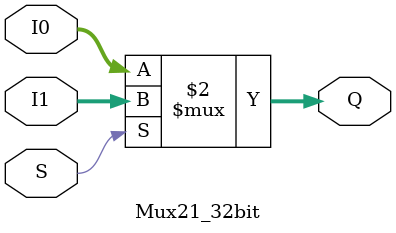
<source format=v>
module Mux21_32bit
(
	input [31:0] I0, I1,
	input S,
	output [31:0] Q
);
	assign Q = (S == 1'b0) ? I0 : I1;
endmodule 
</source>
